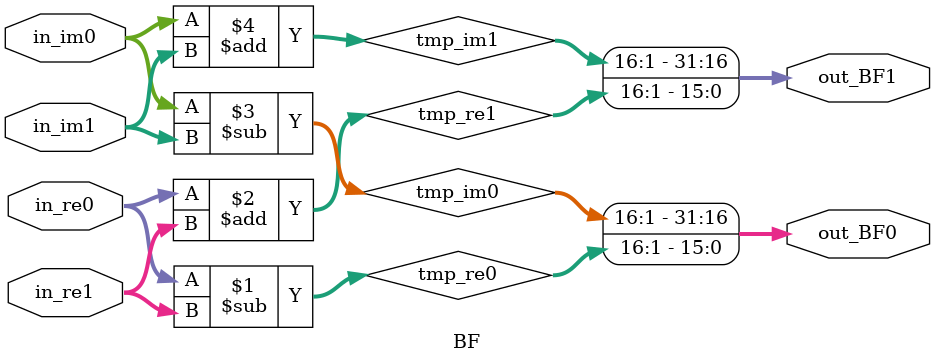
<source format=v>


module BF(
    input signed [15:0] in_re0,
    input signed [15:0] in_im0,
    input signed [15:0] in_re1,
    input signed [15:0] in_im1,
    
    output signed [31:0] out_BF0,
    output signed [31:0] out_BF1
    );
    
    wire signed [16:0] tmp_re0;
    wire signed [16:0] tmp_im0;
    wire signed [16:0] tmp_re1;
    wire signed [16:0] tmp_im1;
    
    assign tmp_re0 = in_re0 - in_re1; // A-B
    assign tmp_re1 = in_re0 + in_re1; // A+B
    
    assign tmp_im0 = in_im0 - in_im1; //j(A-B)
    assign tmp_im1 = in_im0 + in_im1; //j(A+B)
    
    assign out_BF1 = {tmp_im1[16:1],tmp_re1[16:1]}; // (A+B) + j(A+B)
    assign out_BF0 = {tmp_im0[16:1],tmp_re0[16:1]}; // (A-B) + j(A-B)
    
endmodule

</source>
